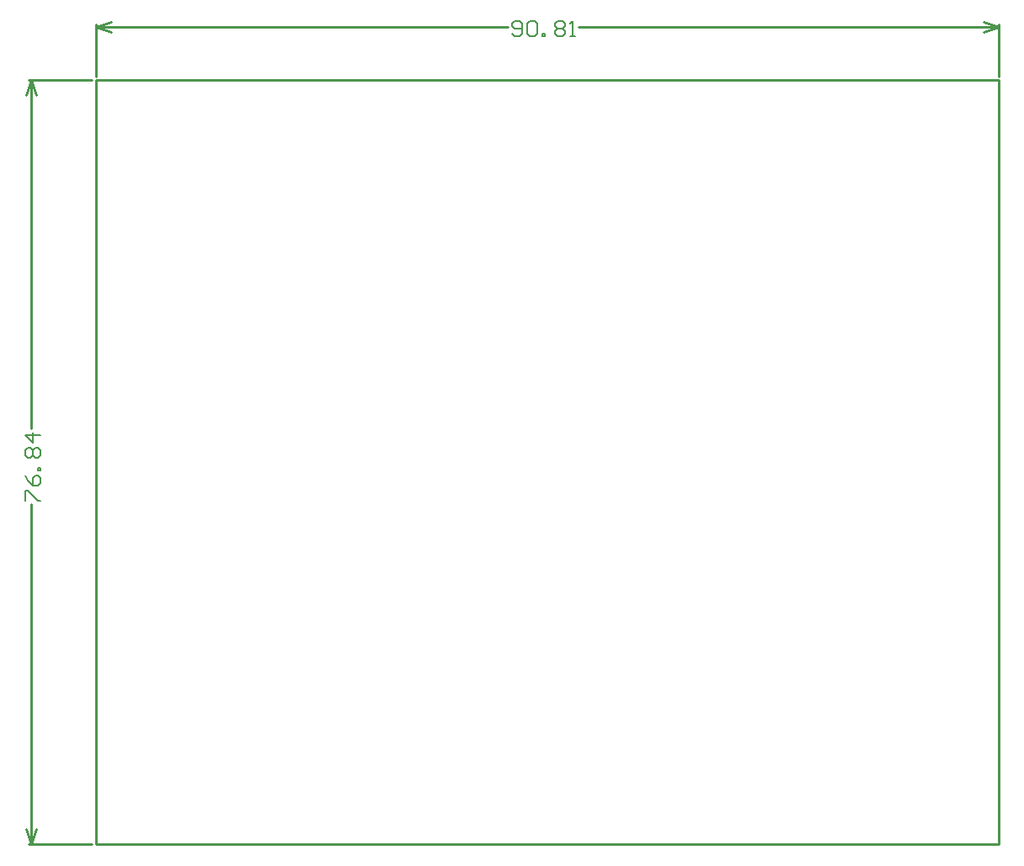
<source format=gm1>
G04*
G04 #@! TF.GenerationSoftware,Altium Limited,Altium Designer,23.3.1 (30)*
G04*
G04 Layer_Color=16711935*
%FSLAX25Y25*%
%MOIN*%
G70*
G04*
G04 #@! TF.SameCoordinates,D820F0C6-32BC-4761-972E-96396E6F3E69*
G04*
G04*
G04 #@! TF.FilePolarity,Positive*
G04*
G01*
G75*
%ADD59C,0.01000*%
%ADD61C,0.00600*%
D59*
X226000Y147500D02*
X251000D01*
X226000Y450000D02*
X251000D01*
X227000Y147500D02*
Y282054D01*
Y312246D02*
Y450000D01*
Y147500D02*
X229000Y153500D01*
X225000D02*
X227000Y147500D01*
X225000Y444000D02*
X227000Y450000D01*
X229000Y444000D01*
X610000Y451500D02*
Y472000D01*
X252500Y451500D02*
Y472000D01*
X443746Y471000D02*
X610000D01*
X252500D02*
X415554D01*
X604000Y473000D02*
X610000Y471000D01*
X604000Y469000D02*
X610000Y471000D01*
X252500D02*
X258500Y469000D01*
X252500Y471000D02*
X258500Y473000D01*
X610000Y147500D02*
Y450000D01*
X585500D02*
X610000D01*
X464000D02*
X585500D01*
X333500D02*
X464000D01*
X252500D02*
X333500D01*
X252500Y416500D02*
Y450000D01*
Y365500D02*
Y416500D01*
Y294500D02*
Y365500D01*
Y226000D02*
Y294500D01*
Y172000D02*
Y226000D01*
Y154000D02*
Y172000D01*
Y147500D02*
Y154000D01*
Y147500D02*
X257000D01*
X610000D01*
D61*
X224601Y283654D02*
Y287653D01*
X225601D01*
X229599Y283654D01*
X230599D01*
X224601Y293651D02*
X225601Y291652D01*
X227600Y289652D01*
X229599D01*
X230599Y290652D01*
Y292652D01*
X229599Y293651D01*
X228600D01*
X227600Y292652D01*
Y289652D01*
X230599Y295651D02*
X229599D01*
Y296650D01*
X230599D01*
Y295651D01*
X225601Y300649D02*
X224601Y301648D01*
Y303648D01*
X225601Y304648D01*
X226600D01*
X227600Y303648D01*
X228600Y304648D01*
X229599D01*
X230599Y303648D01*
Y301648D01*
X229599Y300649D01*
X228600D01*
X227600Y301648D01*
X226600Y300649D01*
X225601D01*
X227600Y301648D02*
Y303648D01*
X230599Y309646D02*
X224601D01*
X227600Y306647D01*
Y310646D01*
X417154Y468401D02*
X418154Y467401D01*
X420153D01*
X421153Y468401D01*
Y472399D01*
X420153Y473399D01*
X418154D01*
X417154Y472399D01*
Y471400D01*
X418154Y470400D01*
X421153D01*
X423152Y472399D02*
X424152Y473399D01*
X426151D01*
X427151Y472399D01*
Y468401D01*
X426151Y467401D01*
X424152D01*
X423152Y468401D01*
Y472399D01*
X429150Y467401D02*
Y468401D01*
X430150D01*
Y467401D01*
X429150D01*
X434149Y472399D02*
X435148Y473399D01*
X437148D01*
X438147Y472399D01*
Y471400D01*
X437148Y470400D01*
X438147Y469400D01*
Y468401D01*
X437148Y467401D01*
X435148D01*
X434149Y468401D01*
Y469400D01*
X435148Y470400D01*
X434149Y471400D01*
Y472399D01*
X435148Y470400D02*
X437148D01*
X440147Y467401D02*
X442146D01*
X441146D01*
Y473399D01*
X440147Y472399D01*
M02*

</source>
